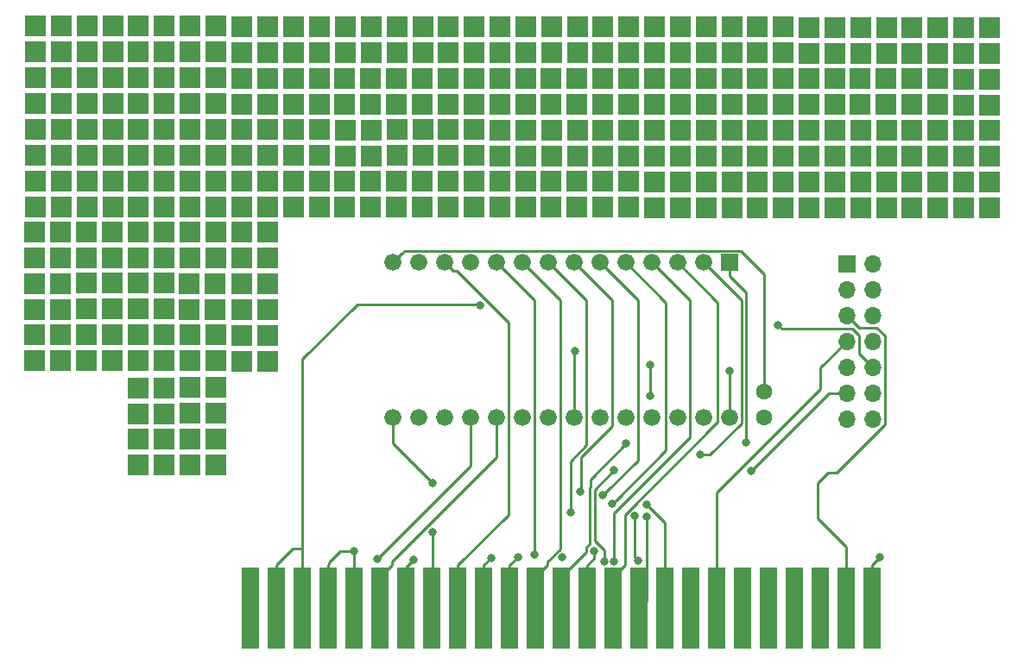
<source format=gbr>
G04 #@! TF.GenerationSoftware,KiCad,Pcbnew,(5.1.5)-3*
G04 #@! TF.CreationDate,2020-07-01T21:27:04+01:00*
G04 #@! TF.ProjectId,msx_eeprom,6d73785f-6565-4707-926f-6d2e6b696361,rev?*
G04 #@! TF.SameCoordinates,Original*
G04 #@! TF.FileFunction,Copper,L2,Bot*
G04 #@! TF.FilePolarity,Positive*
%FSLAX46Y46*%
G04 Gerber Fmt 4.6, Leading zero omitted, Abs format (unit mm)*
G04 Created by KiCad (PCBNEW (5.1.5)-3) date 2020-07-01 21:27:04*
%MOMM*%
%LPD*%
G04 APERTURE LIST*
%ADD10O,1.700000X1.700000*%
%ADD11R,1.700000X1.700000*%
%ADD12R,1.998980X1.998980*%
%ADD13R,1.800000X8.000000*%
%ADD14R,1.676400X1.676400*%
%ADD15C,1.676400*%
%ADD16C,1.600000*%
%ADD17C,0.800000*%
%ADD18C,0.250000*%
G04 APERTURE END LIST*
D10*
X168955720Y-70909180D03*
X166415720Y-70909180D03*
X168955720Y-68369180D03*
X166415720Y-68369180D03*
X168955720Y-65829180D03*
X166415720Y-65829180D03*
X168955720Y-63289180D03*
X166415720Y-63289180D03*
X168955720Y-60749180D03*
X166415720Y-60749180D03*
X168955720Y-58209180D03*
X166415720Y-58209180D03*
X168955720Y-55669180D03*
D11*
X166415720Y-55669180D03*
D12*
X96917680Y-70383580D03*
X99457680Y-70383580D03*
X96917680Y-67843580D03*
X99457680Y-67843580D03*
X104537680Y-67833420D03*
X101997680Y-67833420D03*
X104537680Y-70373420D03*
X101997680Y-70373420D03*
X104563080Y-72893100D03*
X102023080Y-72893100D03*
X104563080Y-75433100D03*
X102023080Y-75433100D03*
X96943080Y-75443260D03*
X99483080Y-75443260D03*
X96943080Y-72903260D03*
X99483080Y-72903260D03*
X107050840Y-55118000D03*
X109590840Y-55118000D03*
X107050840Y-52578000D03*
X109590840Y-52578000D03*
X94391480Y-52532280D03*
X91851480Y-52532280D03*
X94391480Y-55072280D03*
X91851480Y-55072280D03*
X104495600Y-52552600D03*
X101955600Y-52552600D03*
X104495600Y-55092600D03*
X101955600Y-55092600D03*
X101935280Y-60157360D03*
X104475280Y-60157360D03*
X101935280Y-57617360D03*
X104475280Y-57617360D03*
X109570520Y-57642760D03*
X107030520Y-57642760D03*
X109570520Y-60182760D03*
X107030520Y-60182760D03*
X91831160Y-60137040D03*
X94371160Y-60137040D03*
X91831160Y-57597040D03*
X94371160Y-57597040D03*
X86771480Y-55082440D03*
X89311480Y-55082440D03*
X86771480Y-52542440D03*
X89311480Y-52542440D03*
X99415600Y-57597040D03*
X96875600Y-57597040D03*
X99415600Y-60137040D03*
X96875600Y-60137040D03*
X89291160Y-57607200D03*
X86751160Y-57607200D03*
X89291160Y-60147200D03*
X86751160Y-60147200D03*
X96895920Y-55072280D03*
X99435920Y-55072280D03*
X96895920Y-52532280D03*
X99435920Y-52532280D03*
X109595920Y-62702440D03*
X107055920Y-62702440D03*
X109595920Y-65242440D03*
X107055920Y-65242440D03*
X91856560Y-65196720D03*
X94396560Y-65196720D03*
X91856560Y-62656720D03*
X94396560Y-62656720D03*
X101960680Y-65217040D03*
X104500680Y-65217040D03*
X101960680Y-62677040D03*
X104500680Y-62677040D03*
X99441000Y-62656720D03*
X96901000Y-62656720D03*
X99441000Y-65196720D03*
X96901000Y-65196720D03*
X89316560Y-62666880D03*
X86776560Y-62666880D03*
X89316560Y-65206880D03*
X86776560Y-65206880D03*
X119735600Y-32410400D03*
X117195600Y-32410400D03*
X119735600Y-34950400D03*
X117195600Y-34950400D03*
X157647640Y-34975800D03*
X160187640Y-34975800D03*
X157647640Y-32435800D03*
X160187640Y-32435800D03*
X127320040Y-34930080D03*
X129860040Y-34930080D03*
X127320040Y-32390080D03*
X129860040Y-32390080D03*
X175331120Y-32466280D03*
X172791120Y-32466280D03*
X175331120Y-35006280D03*
X172791120Y-35006280D03*
X134919720Y-32410400D03*
X132379720Y-32410400D03*
X134919720Y-34950400D03*
X132379720Y-34950400D03*
X109631480Y-32390080D03*
X107091480Y-32390080D03*
X109631480Y-34930080D03*
X107091480Y-34930080D03*
X124815600Y-32390080D03*
X122275600Y-32390080D03*
X124815600Y-34930080D03*
X122275600Y-34930080D03*
X91892120Y-34884360D03*
X94432120Y-34884360D03*
X91892120Y-32344360D03*
X94432120Y-32344360D03*
X167746680Y-35006280D03*
X170286680Y-35006280D03*
X167746680Y-32466280D03*
X170286680Y-32466280D03*
X101996240Y-34904680D03*
X104536240Y-34904680D03*
X101996240Y-32364680D03*
X104536240Y-32364680D03*
X112135920Y-34930080D03*
X114675920Y-34930080D03*
X112135920Y-32390080D03*
X114675920Y-32390080D03*
X145018760Y-32410400D03*
X142478760Y-32410400D03*
X145018760Y-34950400D03*
X142478760Y-34950400D03*
X177850800Y-35026600D03*
X180390800Y-35026600D03*
X177850800Y-32486600D03*
X180390800Y-32486600D03*
X165247320Y-32456120D03*
X162707320Y-32456120D03*
X165247320Y-34996120D03*
X162707320Y-34996120D03*
X137434320Y-34950400D03*
X139974320Y-34950400D03*
X137434320Y-32410400D03*
X139974320Y-32410400D03*
X147538440Y-34970720D03*
X150078440Y-34970720D03*
X147538440Y-32430720D03*
X150078440Y-32430720D03*
X99476560Y-32344360D03*
X96936560Y-32344360D03*
X99476560Y-34884360D03*
X96936560Y-34884360D03*
X122255280Y-39994840D03*
X124795280Y-39994840D03*
X122255280Y-37454840D03*
X124795280Y-37454840D03*
X89352120Y-32354520D03*
X86812120Y-32354520D03*
X89352120Y-34894520D03*
X86812120Y-34894520D03*
X155143200Y-32435800D03*
X152603200Y-32435800D03*
X155143200Y-34975800D03*
X152603200Y-34975800D03*
X132359400Y-40015160D03*
X134899400Y-40015160D03*
X132359400Y-37475160D03*
X134899400Y-37475160D03*
X129839720Y-37454840D03*
X127299720Y-37454840D03*
X129839720Y-39994840D03*
X127299720Y-39994840D03*
X172770800Y-40071040D03*
X175310800Y-40071040D03*
X172770800Y-37531040D03*
X175310800Y-37531040D03*
X94411800Y-37409120D03*
X91871800Y-37409120D03*
X94411800Y-39949120D03*
X91871800Y-39949120D03*
X104515920Y-37429440D03*
X101975920Y-37429440D03*
X104515920Y-39969440D03*
X101975920Y-39969440D03*
X114655600Y-37454840D03*
X112115600Y-37454840D03*
X114655600Y-39994840D03*
X112115600Y-39994840D03*
X107071160Y-39994840D03*
X109611160Y-39994840D03*
X107071160Y-37454840D03*
X109611160Y-37454840D03*
X117175280Y-40015160D03*
X119715280Y-40015160D03*
X117175280Y-37475160D03*
X119715280Y-37475160D03*
X170266360Y-37531040D03*
X167726360Y-37531040D03*
X170266360Y-40071040D03*
X167726360Y-40071040D03*
X180370480Y-37551360D03*
X177830480Y-37551360D03*
X180370480Y-40091360D03*
X177830480Y-40091360D03*
X142458440Y-40015160D03*
X144998440Y-40015160D03*
X142458440Y-37475160D03*
X144998440Y-37475160D03*
X160167320Y-37500560D03*
X157627320Y-37500560D03*
X160167320Y-40040560D03*
X157627320Y-40040560D03*
X152582880Y-40040560D03*
X155122880Y-40040560D03*
X152582880Y-37500560D03*
X155122880Y-37500560D03*
X162687000Y-40060880D03*
X165227000Y-40060880D03*
X162687000Y-37520880D03*
X165227000Y-37520880D03*
X139954000Y-37475160D03*
X137414000Y-37475160D03*
X139954000Y-40015160D03*
X137414000Y-40015160D03*
X150058120Y-37495480D03*
X147518120Y-37495480D03*
X150058120Y-40035480D03*
X147518120Y-40035480D03*
X86791800Y-39959280D03*
X89331800Y-39959280D03*
X86791800Y-37419280D03*
X89331800Y-37419280D03*
X96916240Y-39949120D03*
X99456240Y-39949120D03*
X96916240Y-37409120D03*
X99456240Y-37409120D03*
X122280680Y-45054520D03*
X124820680Y-45054520D03*
X122280680Y-42514520D03*
X124820680Y-42514520D03*
X132384800Y-45074840D03*
X134924800Y-45074840D03*
X132384800Y-42534840D03*
X134924800Y-42534840D03*
X129865120Y-42514520D03*
X127325120Y-42514520D03*
X129865120Y-45054520D03*
X127325120Y-45054520D03*
X172796200Y-45130720D03*
X175336200Y-45130720D03*
X172796200Y-42590720D03*
X175336200Y-42590720D03*
X94437200Y-42468800D03*
X91897200Y-42468800D03*
X94437200Y-45008800D03*
X91897200Y-45008800D03*
X104541320Y-42489120D03*
X102001320Y-42489120D03*
X104541320Y-45029120D03*
X102001320Y-45029120D03*
X114681000Y-42514520D03*
X112141000Y-42514520D03*
X114681000Y-45054520D03*
X112141000Y-45054520D03*
X107096560Y-45054520D03*
X109636560Y-45054520D03*
X107096560Y-42514520D03*
X109636560Y-42514520D03*
X117200680Y-45074840D03*
X119740680Y-45074840D03*
X117200680Y-42534840D03*
X119740680Y-42534840D03*
X170291760Y-42590720D03*
X167751760Y-42590720D03*
X170291760Y-45130720D03*
X167751760Y-45130720D03*
X180395880Y-42611040D03*
X177855880Y-42611040D03*
X180395880Y-45151040D03*
X177855880Y-45151040D03*
X142483840Y-45074840D03*
X145023840Y-45074840D03*
X142483840Y-42534840D03*
X145023840Y-42534840D03*
X160192720Y-42560240D03*
X157652720Y-42560240D03*
X160192720Y-45100240D03*
X157652720Y-45100240D03*
X152608280Y-45100240D03*
X155148280Y-45100240D03*
X152608280Y-42560240D03*
X155148280Y-42560240D03*
X162712400Y-45120560D03*
X165252400Y-45120560D03*
X162712400Y-42580560D03*
X165252400Y-42580560D03*
X139979400Y-42534840D03*
X137439400Y-42534840D03*
X139979400Y-45074840D03*
X137439400Y-45074840D03*
X150083520Y-42555160D03*
X147543520Y-42555160D03*
X150083520Y-45095160D03*
X147543520Y-45095160D03*
X86817200Y-45018960D03*
X89357200Y-45018960D03*
X86817200Y-42478960D03*
X89357200Y-42478960D03*
X96941640Y-45008800D03*
X99481640Y-45008800D03*
X96941640Y-42468800D03*
X99481640Y-42468800D03*
X89336880Y-47543720D03*
X86796880Y-47543720D03*
X89336880Y-50083720D03*
X86796880Y-50083720D03*
X99461320Y-47533560D03*
X96921320Y-47533560D03*
X99461320Y-50073560D03*
X96921320Y-50073560D03*
X91876880Y-50073560D03*
X94416880Y-50073560D03*
X91876880Y-47533560D03*
X94416880Y-47533560D03*
X101981000Y-50093880D03*
X104521000Y-50093880D03*
X101981000Y-47553880D03*
X104521000Y-47553880D03*
X112120680Y-50119280D03*
X114660680Y-50119280D03*
X112120680Y-47579280D03*
X114660680Y-47579280D03*
X109616240Y-47579280D03*
X107076240Y-47579280D03*
X109616240Y-50119280D03*
X107076240Y-50119280D03*
X119720360Y-47599600D03*
X117180360Y-47599600D03*
X119720360Y-50139600D03*
X117180360Y-50139600D03*
X175315880Y-47655480D03*
X172775880Y-47655480D03*
X175315880Y-50195480D03*
X172775880Y-50195480D03*
X167731440Y-50195480D03*
X170271440Y-50195480D03*
X167731440Y-47655480D03*
X170271440Y-47655480D03*
X177835560Y-50215800D03*
X180375560Y-50215800D03*
X177835560Y-47675800D03*
X180375560Y-47675800D03*
X157632400Y-50165000D03*
X160172400Y-50165000D03*
X157632400Y-47625000D03*
X160172400Y-47625000D03*
X155127960Y-47625000D03*
X152587960Y-47625000D03*
X155127960Y-50165000D03*
X152587960Y-50165000D03*
X165232080Y-47645320D03*
X162692080Y-47645320D03*
X165232080Y-50185320D03*
X162692080Y-50185320D03*
X137419080Y-50139600D03*
X139959080Y-50139600D03*
X137419080Y-47599600D03*
X139959080Y-47599600D03*
X147523200Y-50159920D03*
X150063200Y-50159920D03*
X147523200Y-47619920D03*
X150063200Y-47619920D03*
X145003520Y-47599600D03*
X142463520Y-47599600D03*
X145003520Y-50139600D03*
X142463520Y-50139600D03*
X134904480Y-47599600D03*
X132364480Y-47599600D03*
X134904480Y-50139600D03*
X132364480Y-50139600D03*
X127304800Y-50119280D03*
X129844800Y-50119280D03*
X127304800Y-47579280D03*
X129844800Y-47579280D03*
X124800360Y-47579280D03*
X122260360Y-47579280D03*
X124800360Y-50119280D03*
X122260360Y-50119280D03*
D13*
X107939840Y-89507440D03*
X110479840Y-89507440D03*
X113019840Y-89507440D03*
X115559840Y-89507440D03*
X118099840Y-89507440D03*
X120639840Y-89507440D03*
X123179840Y-89507440D03*
X125719840Y-89507440D03*
X128259840Y-89507440D03*
X130799840Y-89507440D03*
X133339840Y-89507440D03*
X135879840Y-89507440D03*
X138419840Y-89507440D03*
X140959840Y-89507440D03*
X143499840Y-89507440D03*
X146039840Y-89507440D03*
X148579840Y-89507440D03*
X151119840Y-89507440D03*
X153659840Y-89507440D03*
X156199840Y-89507440D03*
X158739840Y-89507440D03*
X161279840Y-89507440D03*
X163819840Y-89507440D03*
X166359840Y-89507440D03*
X168899840Y-89507440D03*
D14*
X154901900Y-55549800D03*
D15*
X152361900Y-55549800D03*
X149821900Y-55549800D03*
X147281900Y-55549800D03*
X144741900Y-55549800D03*
X142201900Y-55549800D03*
X139661900Y-55549800D03*
X137121900Y-55549800D03*
X134581900Y-55549800D03*
X132041900Y-55549800D03*
X129501900Y-55549800D03*
X126961900Y-55549800D03*
X124421900Y-55549800D03*
X121881900Y-55549800D03*
X121881900Y-70789800D03*
X124421900Y-70789800D03*
X126961900Y-70789800D03*
X129501900Y-70789800D03*
X132041900Y-70789800D03*
X134581900Y-70789800D03*
X137121900Y-70789800D03*
X139661900Y-70789800D03*
X142201900Y-70789800D03*
X144741900Y-70789800D03*
X147281900Y-70789800D03*
X149821900Y-70789800D03*
X152361900Y-70789800D03*
X154901900Y-70789800D03*
D16*
X158305500Y-68264400D03*
X158305500Y-70764400D03*
D17*
X154889200Y-66205100D03*
X130416300Y-59715400D03*
X118097300Y-83883500D03*
X144774920Y-73317100D03*
X147147280Y-65570100D03*
X147147280Y-68688119D03*
X120370600Y-84632800D03*
X142497337Y-78375949D03*
X139288206Y-80050113D03*
X135777390Y-84228090D03*
X143573500Y-75933300D03*
X142594317Y-84907465D03*
X143593294Y-84862225D03*
X145619890Y-80414710D03*
X145927199Y-84804964D03*
X123952000Y-84696300D03*
X125780800Y-77165200D03*
X125780800Y-81991200D03*
X131524850Y-84531200D03*
X143389075Y-79267688D03*
X140271500Y-78041500D03*
X134149001Y-84457429D03*
X152053446Y-74421882D03*
X141593410Y-83856834D03*
X146748500Y-80518000D03*
X146812000Y-79349600D03*
X139763500Y-64236600D03*
X169677080Y-84439760D03*
X156984700Y-76039980D03*
X138518900Y-84518500D03*
X159682180Y-61666120D03*
X156522420Y-73243440D03*
D18*
X118402100Y-59637300D02*
X113019840Y-65019560D01*
X112095080Y-83642200D02*
X113017300Y-83642200D01*
X113019840Y-65019560D02*
X113017300Y-83642200D01*
X110479840Y-85257440D02*
X112095080Y-83642200D01*
X110479840Y-89507440D02*
X110479840Y-85257440D01*
X113017300Y-83642200D02*
X113019840Y-89507440D01*
X154901900Y-69604407D02*
X154889200Y-69591707D01*
X154901900Y-70789800D02*
X154901900Y-69604407D01*
X154889200Y-69591707D02*
X154889200Y-66205100D01*
X130338200Y-59637300D02*
X130416300Y-59715400D01*
X118402100Y-59637300D02*
X130338200Y-59637300D01*
X115559840Y-85257440D02*
X115620800Y-85196480D01*
X115559840Y-89507440D02*
X115559840Y-85257440D01*
X115620800Y-85196480D02*
X115620800Y-85001100D01*
X116748560Y-83873340D02*
X118099840Y-83873340D01*
X115620800Y-85001100D02*
X116748560Y-83873340D01*
X118099840Y-83886040D02*
X118097300Y-83883500D01*
X118099840Y-89507440D02*
X118099840Y-83886040D01*
X118097300Y-83883500D02*
X118099840Y-83873340D01*
X123045101Y-54386599D02*
X122720099Y-54711601D01*
X156000101Y-54386599D02*
X123045101Y-54386599D01*
X158305500Y-56691998D02*
X156000101Y-54386599D01*
X122720099Y-54711601D02*
X121881900Y-55549800D01*
X158305500Y-68264400D02*
X158305500Y-56691998D01*
X140868409Y-83508833D02*
X141221455Y-83155787D01*
X141221455Y-77648935D02*
X141246860Y-77623530D01*
X138419840Y-86407440D02*
X140868409Y-83958871D01*
X140868409Y-83958871D02*
X140868409Y-83508833D01*
X138419840Y-89507440D02*
X138419840Y-86407440D01*
X141221455Y-83155787D02*
X141221455Y-77648935D01*
X141246860Y-77623530D02*
X141246860Y-76845160D01*
X141246860Y-76845160D02*
X144774920Y-73317100D01*
X147147280Y-65570100D02*
X147147280Y-68688119D01*
X129501900Y-70789800D02*
X129501900Y-75501500D01*
X129501900Y-75501500D02*
X120370600Y-84632800D01*
X142897336Y-77975950D02*
X142497337Y-78375949D01*
X142201900Y-55549800D02*
X145905101Y-59253001D01*
X145905101Y-74968185D02*
X142897336Y-77975950D01*
X145905101Y-59253001D02*
X145905101Y-74968185D01*
X140850189Y-59278089D02*
X140850189Y-73488603D01*
X137121900Y-55549800D02*
X140850189Y-59278089D01*
X139288206Y-75050586D02*
X139288206Y-79484428D01*
X139288206Y-79484428D02*
X139288206Y-80050113D01*
X140850189Y-73488603D02*
X139288206Y-75050586D01*
X132041900Y-55549800D02*
X135777390Y-59285290D01*
X135777390Y-59285290D02*
X135777390Y-83662405D01*
X135777390Y-83662405D02*
X135777390Y-84228090D01*
X141671465Y-77835335D02*
X141671465Y-82861885D01*
X141671465Y-82861885D02*
X142594317Y-83784737D01*
X142594317Y-84341780D02*
X142594317Y-84907465D01*
X142594317Y-83784737D02*
X142594317Y-84341780D01*
X143573500Y-75933300D02*
X141671465Y-77835335D01*
X143593294Y-80126684D02*
X143593294Y-84296540D01*
X143593294Y-84296540D02*
X143593294Y-84862225D01*
X150985101Y-59253001D02*
X150985101Y-72734877D01*
X147281900Y-55549800D02*
X150985101Y-59253001D01*
X150985101Y-72734877D02*
X143593294Y-80126684D01*
X145619890Y-84497655D02*
X145927199Y-84804964D01*
X145619890Y-80414710D02*
X145619890Y-84497655D01*
X132041900Y-70789800D02*
X132041900Y-74657098D01*
X121789840Y-84909158D02*
X121789840Y-85257440D01*
X132041900Y-74657098D02*
X121789840Y-84909158D01*
X120639840Y-86407440D02*
X120639840Y-89507440D01*
X121789840Y-85257440D02*
X120639840Y-86407440D01*
X123179840Y-85468460D02*
X123179840Y-89507440D01*
X123952000Y-84696300D02*
X123179840Y-85468460D01*
X121881900Y-70789800D02*
X121881900Y-73266300D01*
X121881900Y-73266300D02*
X125780800Y-77165200D01*
X125780800Y-89446480D02*
X125719840Y-89507440D01*
X125780800Y-81991200D02*
X125780800Y-89446480D01*
X128259840Y-85257440D02*
X133205101Y-80312179D01*
X127800099Y-56387999D02*
X126961900Y-55549800D01*
X133205101Y-61431199D02*
X128161901Y-56387999D01*
X133205101Y-80312179D02*
X133205101Y-61431199D01*
X128161901Y-56387999D02*
X127800099Y-56387999D01*
X128259840Y-89507440D02*
X128259840Y-85257440D01*
X130799840Y-89507440D02*
X130799840Y-85256210D01*
X130799840Y-85256210D02*
X131524850Y-84531200D01*
X143789074Y-78867689D02*
X143389075Y-79267688D01*
X148658699Y-73998064D02*
X143789074Y-78867689D01*
X148658699Y-59466599D02*
X148658699Y-73998064D01*
X144741900Y-55549800D02*
X148658699Y-59466599D01*
X143365101Y-59253001D02*
X143365101Y-71610101D01*
X139661900Y-55549800D02*
X143365101Y-59253001D01*
X143365101Y-71610101D02*
X140322300Y-74652902D01*
X140322300Y-74652902D02*
X140322300Y-77990700D01*
X140322300Y-77990700D02*
X140271500Y-78041500D01*
X133339840Y-85257440D02*
X134139851Y-84457429D01*
X133339840Y-89507440D02*
X133339840Y-85257440D01*
X134139851Y-84457429D02*
X134149001Y-84457429D01*
X138285101Y-59253001D02*
X135420099Y-56387999D01*
X137029840Y-85257440D02*
X137029840Y-84934558D01*
X135420099Y-56387999D02*
X134581900Y-55549800D01*
X135879840Y-86407440D02*
X137029840Y-85257440D01*
X137029840Y-84934558D02*
X138285101Y-83679297D01*
X135879840Y-89507440D02*
X135879840Y-86407440D01*
X138285101Y-83679297D02*
X138285101Y-59253001D01*
X156065101Y-71348137D02*
X152991356Y-74421882D01*
X152991356Y-74421882D02*
X152619131Y-74421882D01*
X156065101Y-59253001D02*
X156065101Y-71348137D01*
X152361900Y-55549800D02*
X156065101Y-59253001D01*
X152619131Y-74421882D02*
X152053446Y-74421882D01*
X141593410Y-84422519D02*
X141593410Y-83856834D01*
X141593410Y-84623870D02*
X141593410Y-84422519D01*
X140959840Y-89507440D02*
X140959840Y-85257440D01*
X140959840Y-85257440D02*
X141593410Y-84623870D01*
X143499840Y-86407440D02*
X143499840Y-89507440D01*
X149821900Y-55549800D02*
X153738699Y-59466599D01*
X153738699Y-71222899D02*
X144649840Y-80311758D01*
X144649840Y-80311758D02*
X144649840Y-85257440D01*
X144649840Y-85257440D02*
X143499840Y-86407440D01*
X153738699Y-59466599D02*
X153738699Y-71222899D01*
X146748500Y-88798780D02*
X146039840Y-89507440D01*
X146748500Y-80518000D02*
X146748500Y-88798780D01*
X148579840Y-81117440D02*
X148579840Y-89507440D01*
X146812000Y-79349600D02*
X148579840Y-81117440D01*
X153659840Y-78165960D02*
X153659840Y-89507440D01*
X163835080Y-67990720D02*
X153659840Y-78165960D01*
X166415720Y-63289180D02*
X163835080Y-65869820D01*
X163835080Y-65869820D02*
X163835080Y-67990720D01*
X139661900Y-70789800D02*
X139661900Y-64338200D01*
X139661900Y-64338200D02*
X139763500Y-64236600D01*
X170130721Y-62725179D02*
X169329723Y-61924181D01*
X167590721Y-61924181D02*
X166415720Y-60749180D01*
X165421463Y-76182439D02*
X170130721Y-71473181D01*
X170130721Y-71473181D02*
X170130721Y-62725179D01*
X166359840Y-83487260D02*
X163542980Y-80670400D01*
X166359840Y-89507440D02*
X166359840Y-83487260D01*
X163542980Y-80670400D02*
X163542980Y-77175360D01*
X163542980Y-77175360D02*
X164535901Y-76182439D01*
X169329723Y-61924181D02*
X167590721Y-61924181D01*
X164535901Y-76182439D02*
X165421463Y-76182439D01*
X168899840Y-85217000D02*
X168899840Y-89507440D01*
X169677080Y-84439760D02*
X168899840Y-85217000D01*
X163093400Y-69926200D02*
X156984700Y-76034900D01*
X156984700Y-76034900D02*
X156984700Y-76039980D01*
X164655500Y-68369180D02*
X156984700Y-76039980D01*
X166415720Y-68369180D02*
X164655500Y-68369180D01*
X160082179Y-62066119D02*
X159682180Y-61666120D01*
X166931661Y-62066119D02*
X160082179Y-62066119D01*
X167590721Y-62725179D02*
X166931661Y-62066119D01*
X167590721Y-64464181D02*
X167590721Y-62725179D01*
X168955720Y-65829180D02*
X167590721Y-64464181D01*
X156522420Y-73243440D02*
X156522420Y-58501280D01*
X154901900Y-56880760D02*
X154901900Y-55549800D01*
X156522420Y-58501280D02*
X154901900Y-56880760D01*
M02*

</source>
